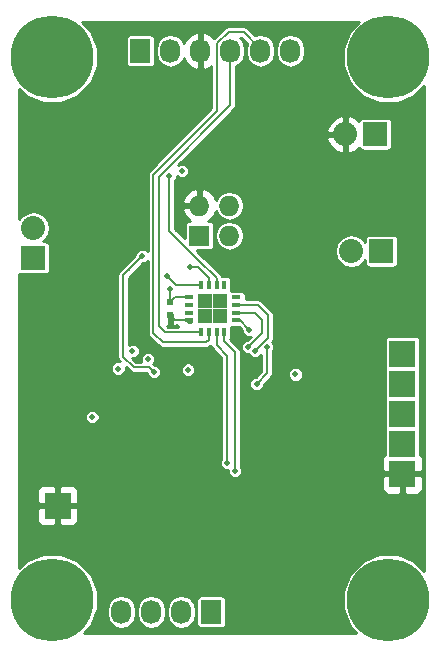
<source format=gbl>
G04 #@! TF.FileFunction,Copper,L4,Bot,Signal*
%FSLAX46Y46*%
G04 Gerber Fmt 4.6, Leading zero omitted, Abs format (unit mm)*
G04 Created by KiCad (PCBNEW no-vcs-found-undefined) date Mon Oct 24 18:16:08 2016*
%MOMM*%
%LPD*%
G01*
G04 APERTURE LIST*
%ADD10C,0.100000*%
%ADD11R,0.500000X0.600000*%
%ADD12R,2.235200X2.235200*%
%ADD13R,1.727200X2.032000*%
%ADD14O,1.727200X2.032000*%
%ADD15R,1.727200X1.727200*%
%ADD16O,1.727200X1.727200*%
%ADD17R,2.032000X2.032000*%
%ADD18O,2.032000X2.032000*%
%ADD19R,0.350000X0.800000*%
%ADD20R,0.800000X0.350000*%
%ADD21R,1.250000X1.250000*%
%ADD22C,7.000000*%
%ADD23C,0.460000*%
%ADD24C,1.200000*%
%ADD25C,0.200000*%
%ADD26C,0.254000*%
G04 APERTURE END LIST*
D10*
D11*
X150525000Y-132800000D03*
X150525000Y-133900000D03*
D12*
X141000000Y-150000000D03*
X170180000Y-147320000D03*
X170180000Y-137160000D03*
D13*
X154000000Y-159000000D03*
D14*
X151460000Y-159000000D03*
X148920000Y-159000000D03*
X146380000Y-159000000D03*
D15*
X152985000Y-127140000D03*
D16*
X152985000Y-124600000D03*
X155525000Y-127140000D03*
X155525000Y-124600000D03*
D12*
X170180000Y-139700000D03*
X170180000Y-142240000D03*
X170180000Y-144780000D03*
D17*
X167894000Y-118554500D03*
D18*
X165354000Y-118554500D03*
D17*
X138938000Y-129032000D03*
D18*
X138938000Y-126492000D03*
D17*
X168402000Y-128460500D03*
D18*
X165862000Y-128460500D03*
D13*
X148000000Y-111500000D03*
D14*
X150540000Y-111500000D03*
X153080000Y-111500000D03*
X155620000Y-111500000D03*
X158160000Y-111500000D03*
X160700000Y-111500000D03*
D19*
X153150000Y-131350000D03*
X153800000Y-131350000D03*
X154450000Y-131350000D03*
X155100000Y-131350000D03*
D20*
X156125000Y-132375000D03*
X156125000Y-133025000D03*
X156125000Y-133675000D03*
X156125000Y-134325000D03*
D19*
X155100000Y-135350000D03*
X154450000Y-135350000D03*
X153800000Y-135350000D03*
X153150000Y-135350000D03*
D20*
X152125000Y-134325000D03*
X152125000Y-133675000D03*
X152125000Y-133025000D03*
X152125000Y-132375000D03*
D21*
X154750000Y-133975000D03*
X153500000Y-133975000D03*
X154750000Y-132725000D03*
X153500000Y-132725000D03*
D22*
X169000000Y-112000000D03*
X140500000Y-112000000D03*
X169000000Y-158000000D03*
X140500000Y-158000000D03*
D23*
X147430000Y-145200000D03*
X147430000Y-143900000D03*
X148730000Y-145200000D03*
X147430000Y-141300000D03*
X148730000Y-141300000D03*
X147430000Y-142600000D03*
X148730000Y-143900000D03*
X150030000Y-141300000D03*
X148730000Y-142600000D03*
X151330000Y-141300000D03*
X151330000Y-142600000D03*
X150030000Y-142600000D03*
X144830000Y-141500000D03*
X144830000Y-142400000D03*
X154730000Y-137900000D03*
X161330000Y-142300000D03*
X161130000Y-144840000D03*
X148630000Y-135900000D03*
X142830000Y-145400000D03*
X151330000Y-143900000D03*
X151330000Y-145200000D03*
X150030000Y-145200000D03*
X150020339Y-143875660D03*
X160930000Y-137600000D03*
X150530000Y-134800000D03*
D24*
X149420340Y-143275661D03*
D23*
X152030000Y-138500000D03*
X143930000Y-142500000D03*
X161130000Y-138900000D03*
X150530000Y-131700000D03*
X146130000Y-138400000D03*
X151530000Y-121700000D03*
X150460000Y-122060000D03*
X147330000Y-136900000D03*
X157130000Y-136600000D03*
X148630000Y-137600000D03*
X157730000Y-136900000D03*
X149130000Y-138700000D03*
X152160000Y-129830000D03*
X148170493Y-128857794D03*
X156030000Y-147100000D03*
X155330000Y-146400000D03*
X158730000Y-136600000D03*
X157830000Y-139700000D03*
X157230000Y-135100000D03*
X150280000Y-130600000D03*
D25*
X150525000Y-133900000D02*
X150525000Y-134795000D01*
X150525000Y-134795000D02*
X150530000Y-134800000D01*
X152125000Y-134325000D02*
X150950000Y-134325000D01*
X150950000Y-134325000D02*
X150525000Y-133900000D01*
X152030000Y-138500000D02*
X152130000Y-138400000D01*
X150525000Y-131705000D02*
X150530000Y-131700000D01*
X150525000Y-132800000D02*
X150525000Y-131705000D01*
X152125000Y-132375000D02*
X150950000Y-132375000D01*
X150950000Y-132375000D02*
X150525000Y-132800000D01*
X152880000Y-129180000D02*
X150460000Y-126760000D01*
X150460000Y-126760000D02*
X150460000Y-122060000D01*
X154450000Y-131350000D02*
X154450000Y-130750000D01*
X154450000Y-130750000D02*
X152880000Y-129180000D01*
X149540000Y-122150000D02*
X155620000Y-116070000D01*
X155620000Y-116070000D02*
X155620000Y-111500000D01*
X149540000Y-134790000D02*
X149540000Y-122150000D01*
X150100000Y-135350000D02*
X149540000Y-134790000D01*
X153150000Y-135350000D02*
X150100000Y-135350000D01*
X155458576Y-109920000D02*
X156732400Y-109920000D01*
X156732400Y-109920000D02*
X158160000Y-111347600D01*
X158160000Y-111347600D02*
X158160000Y-111500000D01*
X149090000Y-121990000D02*
X154496390Y-116583610D01*
X154496390Y-116583610D02*
X154496390Y-110882186D01*
X154496390Y-110882186D02*
X155458576Y-109920000D01*
X149090000Y-135390000D02*
X149090000Y-121990000D01*
X149890000Y-136190000D02*
X149090000Y-135390000D01*
X153560000Y-136190000D02*
X149890000Y-136190000D01*
X153800000Y-135350000D02*
X153800000Y-135950000D01*
X153800000Y-135950000D02*
X153560000Y-136190000D01*
X157705000Y-133675000D02*
X156125000Y-133675000D01*
X158330000Y-135400000D02*
X157130000Y-136600000D01*
X158330000Y-134300000D02*
X158330000Y-135400000D01*
X157705000Y-133675000D02*
X158330000Y-134300000D01*
X158830000Y-135700000D02*
X158830000Y-133900000D01*
X156125000Y-133025000D02*
X157955000Y-133025000D01*
X157955000Y-133025000D02*
X158830000Y-133900000D01*
X158830000Y-135800000D02*
X158830000Y-135700000D01*
X157730000Y-136900000D02*
X158830000Y-135800000D01*
X146530000Y-130498287D02*
X148170493Y-128857794D01*
X146530000Y-137400000D02*
X146530000Y-130498287D01*
X147430000Y-138300000D02*
X146530000Y-137400000D01*
X148730000Y-138300000D02*
X147430000Y-138300000D01*
X149130000Y-138700000D02*
X148730000Y-138300000D01*
X148170493Y-128857794D02*
X146930000Y-130098287D01*
X146930000Y-130098287D02*
X147000000Y-130028287D01*
X153800000Y-130750000D02*
X153800000Y-131350000D01*
X152880000Y-129830000D02*
X153800000Y-130750000D01*
X152160000Y-129830000D02*
X152880000Y-129830000D01*
X155100000Y-135350000D02*
X155100000Y-136070000D01*
X156030000Y-137000000D02*
X156030000Y-147100000D01*
X155100000Y-136070000D02*
X156030000Y-137000000D01*
X155330000Y-146400000D02*
X155330000Y-137300000D01*
X154450000Y-136420000D02*
X154450000Y-135350000D01*
X155330000Y-137300000D02*
X154450000Y-136420000D01*
X158730000Y-138800000D02*
X158730000Y-136600000D01*
X157830000Y-139700000D02*
X158730000Y-138800000D01*
X156125000Y-134325000D02*
X156455000Y-134325000D01*
X156455000Y-134325000D02*
X157230000Y-135100000D01*
X151030000Y-131350000D02*
X150280000Y-130600000D01*
X153150000Y-131350000D02*
X151030000Y-131350000D01*
D26*
G36*
X165711767Y-109798720D02*
X165119675Y-111224635D01*
X165118328Y-112768592D01*
X165707930Y-114195538D01*
X166798720Y-115288233D01*
X168224635Y-115880325D01*
X169768592Y-115881672D01*
X171195538Y-115292070D01*
X172003000Y-114486016D01*
X172003000Y-155514887D01*
X171201280Y-154711767D01*
X169775365Y-154119675D01*
X168231408Y-154118328D01*
X166804462Y-154707930D01*
X165711767Y-155798720D01*
X165119675Y-157224635D01*
X165118328Y-158768592D01*
X165707930Y-160195538D01*
X166284385Y-160773000D01*
X143215515Y-160773000D01*
X143788233Y-160201280D01*
X144361694Y-158820231D01*
X145135400Y-158820231D01*
X145135400Y-159179769D01*
X145230140Y-159656057D01*
X145499935Y-160059834D01*
X145903712Y-160329629D01*
X146380000Y-160424369D01*
X146856288Y-160329629D01*
X147260065Y-160059834D01*
X147529860Y-159656057D01*
X147624600Y-159179769D01*
X147624600Y-158820231D01*
X147675400Y-158820231D01*
X147675400Y-159179769D01*
X147770140Y-159656057D01*
X148039935Y-160059834D01*
X148443712Y-160329629D01*
X148920000Y-160424369D01*
X149396288Y-160329629D01*
X149800065Y-160059834D01*
X150069860Y-159656057D01*
X150164600Y-159179769D01*
X150164600Y-158820231D01*
X150215400Y-158820231D01*
X150215400Y-159179769D01*
X150310140Y-159656057D01*
X150579935Y-160059834D01*
X150983712Y-160329629D01*
X151460000Y-160424369D01*
X151936288Y-160329629D01*
X152340065Y-160059834D01*
X152609860Y-159656057D01*
X152704600Y-159179769D01*
X152704600Y-158820231D01*
X152609860Y-158343943D01*
X152369354Y-157984000D01*
X152747936Y-157984000D01*
X152747936Y-160016000D01*
X152777506Y-160164659D01*
X152861714Y-160290686D01*
X152987741Y-160374894D01*
X153136400Y-160404464D01*
X154863600Y-160404464D01*
X155012259Y-160374894D01*
X155138286Y-160290686D01*
X155222494Y-160164659D01*
X155252064Y-160016000D01*
X155252064Y-157984000D01*
X155222494Y-157835341D01*
X155138286Y-157709314D01*
X155012259Y-157625106D01*
X154863600Y-157595536D01*
X153136400Y-157595536D01*
X152987741Y-157625106D01*
X152861714Y-157709314D01*
X152777506Y-157835341D01*
X152747936Y-157984000D01*
X152369354Y-157984000D01*
X152340065Y-157940166D01*
X151936288Y-157670371D01*
X151460000Y-157575631D01*
X150983712Y-157670371D01*
X150579935Y-157940166D01*
X150310140Y-158343943D01*
X150215400Y-158820231D01*
X150164600Y-158820231D01*
X150069860Y-158343943D01*
X149800065Y-157940166D01*
X149396288Y-157670371D01*
X148920000Y-157575631D01*
X148443712Y-157670371D01*
X148039935Y-157940166D01*
X147770140Y-158343943D01*
X147675400Y-158820231D01*
X147624600Y-158820231D01*
X147529860Y-158343943D01*
X147260065Y-157940166D01*
X146856288Y-157670371D01*
X146380000Y-157575631D01*
X145903712Y-157670371D01*
X145499935Y-157940166D01*
X145230140Y-158343943D01*
X145135400Y-158820231D01*
X144361694Y-158820231D01*
X144380325Y-158775365D01*
X144381672Y-157231408D01*
X143792070Y-155804462D01*
X142701280Y-154711767D01*
X141275365Y-154119675D01*
X139731408Y-154118328D01*
X138304462Y-154707930D01*
X137757000Y-155254438D01*
X137757000Y-150285750D01*
X139247400Y-150285750D01*
X139247400Y-151243910D01*
X139344073Y-151477299D01*
X139522702Y-151655927D01*
X139756091Y-151752600D01*
X140714250Y-151752600D01*
X140873000Y-151593850D01*
X140873000Y-150127000D01*
X141127000Y-150127000D01*
X141127000Y-151593850D01*
X141285750Y-151752600D01*
X142243909Y-151752600D01*
X142477298Y-151655927D01*
X142655927Y-151477299D01*
X142752600Y-151243910D01*
X142752600Y-150285750D01*
X142593850Y-150127000D01*
X141127000Y-150127000D01*
X140873000Y-150127000D01*
X139406150Y-150127000D01*
X139247400Y-150285750D01*
X137757000Y-150285750D01*
X137757000Y-148756090D01*
X139247400Y-148756090D01*
X139247400Y-149714250D01*
X139406150Y-149873000D01*
X140873000Y-149873000D01*
X140873000Y-148406150D01*
X141127000Y-148406150D01*
X141127000Y-149873000D01*
X142593850Y-149873000D01*
X142752600Y-149714250D01*
X142752600Y-148756090D01*
X142655927Y-148522701D01*
X142477298Y-148344073D01*
X142243909Y-148247400D01*
X141285750Y-148247400D01*
X141127000Y-148406150D01*
X140873000Y-148406150D01*
X140714250Y-148247400D01*
X139756091Y-148247400D01*
X139522702Y-148344073D01*
X139344073Y-148522701D01*
X139247400Y-148756090D01*
X137757000Y-148756090D01*
X137757000Y-142621002D01*
X143318894Y-142621002D01*
X143411718Y-142845651D01*
X143583445Y-143017678D01*
X143807931Y-143110894D01*
X144051002Y-143111106D01*
X144275651Y-143018282D01*
X144447678Y-142846555D01*
X144540894Y-142622069D01*
X144541106Y-142378998D01*
X144448282Y-142154349D01*
X144276555Y-141982322D01*
X144052069Y-141889106D01*
X143808998Y-141888894D01*
X143584349Y-141981718D01*
X143412322Y-142153445D01*
X143319106Y-142377931D01*
X143318894Y-142621002D01*
X137757000Y-142621002D01*
X137757000Y-138521002D01*
X145518894Y-138521002D01*
X145611718Y-138745651D01*
X145783445Y-138917678D01*
X146007931Y-139010894D01*
X146251002Y-139011106D01*
X146475651Y-138918282D01*
X146647678Y-138746555D01*
X146740894Y-138522069D01*
X146741095Y-138291332D01*
X147089881Y-138640118D01*
X147179501Y-138700000D01*
X147245929Y-138744386D01*
X147430000Y-138781000D01*
X148518929Y-138781000D01*
X148518894Y-138821002D01*
X148611718Y-139045651D01*
X148783445Y-139217678D01*
X149007931Y-139310894D01*
X149251002Y-139311106D01*
X149475651Y-139218282D01*
X149647678Y-139046555D01*
X149740894Y-138822069D01*
X149741069Y-138621002D01*
X151418894Y-138621002D01*
X151511718Y-138845651D01*
X151683445Y-139017678D01*
X151907931Y-139110894D01*
X152151002Y-139111106D01*
X152375651Y-139018282D01*
X152547678Y-138846555D01*
X152640894Y-138622069D01*
X152641106Y-138378998D01*
X152574998Y-138219005D01*
X152574386Y-138215930D01*
X152572659Y-138213346D01*
X152548282Y-138154349D01*
X152502787Y-138108774D01*
X152470118Y-138059882D01*
X152421653Y-138027499D01*
X152376555Y-137982322D01*
X152317081Y-137957626D01*
X152314070Y-137955614D01*
X152310549Y-137954914D01*
X152152069Y-137889106D01*
X151908998Y-137888894D01*
X151684349Y-137981718D01*
X151512322Y-138153445D01*
X151419106Y-138377931D01*
X151418894Y-138621002D01*
X149741069Y-138621002D01*
X149741106Y-138578998D01*
X149648282Y-138354349D01*
X149476555Y-138182322D01*
X149252069Y-138089106D01*
X149199296Y-138089060D01*
X149102195Y-137991959D01*
X149147678Y-137946555D01*
X149240894Y-137722069D01*
X149241106Y-137478998D01*
X149148282Y-137254349D01*
X148976555Y-137082322D01*
X148752069Y-136989106D01*
X148508998Y-136988894D01*
X148284349Y-137081718D01*
X148112322Y-137253445D01*
X148019106Y-137477931D01*
X148018894Y-137721002D01*
X148059386Y-137819000D01*
X147629237Y-137819000D01*
X147321229Y-137510993D01*
X147451002Y-137511106D01*
X147675651Y-137418282D01*
X147847678Y-137246555D01*
X147940894Y-137022069D01*
X147941106Y-136778998D01*
X147848282Y-136554349D01*
X147676555Y-136382322D01*
X147452069Y-136289106D01*
X147208998Y-136288894D01*
X147011000Y-136370706D01*
X147011000Y-130697523D01*
X148239669Y-129468855D01*
X148291495Y-129468900D01*
X148516144Y-129376076D01*
X148609000Y-129283382D01*
X148609000Y-135390000D01*
X148645614Y-135574071D01*
X148749882Y-135730118D01*
X149549882Y-136530118D01*
X149705929Y-136634386D01*
X149890000Y-136671000D01*
X153560000Y-136671000D01*
X153744071Y-136634386D01*
X153900118Y-136530118D01*
X153975842Y-136454395D01*
X154004804Y-136600000D01*
X154005614Y-136604071D01*
X154109882Y-136760118D01*
X154849000Y-137499236D01*
X154849000Y-146016831D01*
X154812322Y-146053445D01*
X154719106Y-146277931D01*
X154718894Y-146521002D01*
X154811718Y-146745651D01*
X154983445Y-146917678D01*
X155207931Y-147010894D01*
X155419077Y-147011078D01*
X155418894Y-147221002D01*
X155511718Y-147445651D01*
X155683445Y-147617678D01*
X155907931Y-147710894D01*
X156151002Y-147711106D01*
X156375651Y-147618282D01*
X156388204Y-147605750D01*
X168427400Y-147605750D01*
X168427400Y-148563909D01*
X168524073Y-148797298D01*
X168702701Y-148975927D01*
X168936090Y-149072600D01*
X169894250Y-149072600D01*
X170053000Y-148913850D01*
X170053000Y-147447000D01*
X170307000Y-147447000D01*
X170307000Y-148913850D01*
X170465750Y-149072600D01*
X171423910Y-149072600D01*
X171657299Y-148975927D01*
X171835927Y-148797298D01*
X171932600Y-148563909D01*
X171932600Y-147605750D01*
X171773850Y-147447000D01*
X170307000Y-147447000D01*
X170053000Y-147447000D01*
X168586150Y-147447000D01*
X168427400Y-147605750D01*
X156388204Y-147605750D01*
X156547678Y-147446555D01*
X156640894Y-147222069D01*
X156641106Y-146978998D01*
X156548282Y-146754349D01*
X156511000Y-146717002D01*
X156511000Y-146076091D01*
X168427400Y-146076091D01*
X168427400Y-147034250D01*
X168586150Y-147193000D01*
X170053000Y-147193000D01*
X170053000Y-147173000D01*
X170307000Y-147173000D01*
X170307000Y-147193000D01*
X171773850Y-147193000D01*
X171932600Y-147034250D01*
X171932600Y-146076091D01*
X171835927Y-145842702D01*
X171686064Y-145692838D01*
X171686064Y-143662400D01*
X171656494Y-143513741D01*
X171653994Y-143510000D01*
X171656494Y-143506259D01*
X171686064Y-143357600D01*
X171686064Y-141122400D01*
X171656494Y-140973741D01*
X171653994Y-140970000D01*
X171656494Y-140966259D01*
X171686064Y-140817600D01*
X171686064Y-138582400D01*
X171656494Y-138433741D01*
X171653994Y-138430000D01*
X171656494Y-138426259D01*
X171686064Y-138277600D01*
X171686064Y-136042400D01*
X171656494Y-135893741D01*
X171572286Y-135767714D01*
X171446259Y-135683506D01*
X171297600Y-135653936D01*
X169062400Y-135653936D01*
X168913741Y-135683506D01*
X168787714Y-135767714D01*
X168703506Y-135893741D01*
X168673936Y-136042400D01*
X168673936Y-138277600D01*
X168703506Y-138426259D01*
X168706006Y-138430000D01*
X168703506Y-138433741D01*
X168673936Y-138582400D01*
X168673936Y-140817600D01*
X168703506Y-140966259D01*
X168706006Y-140970000D01*
X168703506Y-140973741D01*
X168673936Y-141122400D01*
X168673936Y-143357600D01*
X168703506Y-143506259D01*
X168706006Y-143510000D01*
X168703506Y-143513741D01*
X168673936Y-143662400D01*
X168673936Y-145692838D01*
X168524073Y-145842702D01*
X168427400Y-146076091D01*
X156511000Y-146076091D01*
X156511000Y-137000000D01*
X156474386Y-136815929D01*
X156432622Y-136753426D01*
X156370119Y-136659882D01*
X155623881Y-135913645D01*
X155633894Y-135898659D01*
X155663464Y-135750000D01*
X155663464Y-134950000D01*
X155648624Y-134875395D01*
X155649686Y-134874686D01*
X155650395Y-134873624D01*
X155725000Y-134888464D01*
X156338228Y-134888464D01*
X156618939Y-135169176D01*
X156618894Y-135221002D01*
X156711718Y-135445651D01*
X156883445Y-135617678D01*
X157107931Y-135710894D01*
X157338668Y-135711095D01*
X157060825Y-135988939D01*
X157008998Y-135988894D01*
X156784349Y-136081718D01*
X156612322Y-136253445D01*
X156519106Y-136477931D01*
X156518894Y-136721002D01*
X156611718Y-136945651D01*
X156783445Y-137117678D01*
X157007931Y-137210894D01*
X157197425Y-137211059D01*
X157211718Y-137245651D01*
X157383445Y-137417678D01*
X157607931Y-137510894D01*
X157851002Y-137511106D01*
X158075651Y-137418282D01*
X158247678Y-137246555D01*
X158249000Y-137243371D01*
X158249000Y-138600763D01*
X157760824Y-139088939D01*
X157708998Y-139088894D01*
X157484349Y-139181718D01*
X157312322Y-139353445D01*
X157219106Y-139577931D01*
X157218894Y-139821002D01*
X157311718Y-140045651D01*
X157483445Y-140217678D01*
X157707931Y-140310894D01*
X157951002Y-140311106D01*
X158175651Y-140218282D01*
X158347678Y-140046555D01*
X158440894Y-139822069D01*
X158440940Y-139769296D01*
X159070118Y-139140119D01*
X159149709Y-139021002D01*
X160518894Y-139021002D01*
X160611718Y-139245651D01*
X160783445Y-139417678D01*
X161007931Y-139510894D01*
X161251002Y-139511106D01*
X161475651Y-139418282D01*
X161647678Y-139246555D01*
X161740894Y-139022069D01*
X161741106Y-138778998D01*
X161648282Y-138554349D01*
X161476555Y-138382322D01*
X161252069Y-138289106D01*
X161008998Y-138288894D01*
X160784349Y-138381718D01*
X160612322Y-138553445D01*
X160519106Y-138777931D01*
X160518894Y-139021002D01*
X159149709Y-139021002D01*
X159174386Y-138984071D01*
X159194277Y-138884070D01*
X159211000Y-138800000D01*
X159211000Y-136983169D01*
X159247678Y-136946555D01*
X159340894Y-136722069D01*
X159341106Y-136478998D01*
X159248282Y-136254349D01*
X159152168Y-136158068D01*
X159170118Y-136140118D01*
X159171223Y-136138464D01*
X159274386Y-135984071D01*
X159311000Y-135800000D01*
X159311000Y-133900000D01*
X159274386Y-133715929D01*
X159170118Y-133559882D01*
X158295118Y-132684882D01*
X158139071Y-132580614D01*
X157955000Y-132544000D01*
X156913464Y-132544000D01*
X156913464Y-132200000D01*
X156883894Y-132051341D01*
X156799686Y-131925314D01*
X156673659Y-131841106D01*
X156525000Y-131811536D01*
X155725000Y-131811536D01*
X155650395Y-131826376D01*
X155649686Y-131825314D01*
X155648624Y-131824605D01*
X155663464Y-131750000D01*
X155663464Y-130950000D01*
X155633894Y-130801341D01*
X155549686Y-130675314D01*
X155423659Y-130591106D01*
X155275000Y-130561536D01*
X154925000Y-130561536D01*
X154894711Y-130567561D01*
X154894386Y-130565929D01*
X154849189Y-130498287D01*
X154790118Y-130409881D01*
X153220118Y-128839882D01*
X152813367Y-128433131D01*
X164465000Y-128433131D01*
X164465000Y-128487869D01*
X164571340Y-129022478D01*
X164874172Y-129475697D01*
X165327391Y-129778529D01*
X165862000Y-129884869D01*
X166396609Y-129778529D01*
X166849828Y-129475697D01*
X166997536Y-129254637D01*
X166997536Y-129476500D01*
X167027106Y-129625159D01*
X167111314Y-129751186D01*
X167237341Y-129835394D01*
X167386000Y-129864964D01*
X169418000Y-129864964D01*
X169566659Y-129835394D01*
X169692686Y-129751186D01*
X169776894Y-129625159D01*
X169806464Y-129476500D01*
X169806464Y-127444500D01*
X169776894Y-127295841D01*
X169692686Y-127169814D01*
X169566659Y-127085606D01*
X169418000Y-127056036D01*
X167386000Y-127056036D01*
X167237341Y-127085606D01*
X167111314Y-127169814D01*
X167027106Y-127295841D01*
X166997536Y-127444500D01*
X166997536Y-127666363D01*
X166849828Y-127445303D01*
X166396609Y-127142471D01*
X165862000Y-127036131D01*
X165327391Y-127142471D01*
X164874172Y-127445303D01*
X164571340Y-127898522D01*
X164465000Y-128433131D01*
X152813367Y-128433131D01*
X152772300Y-128392064D01*
X153848600Y-128392064D01*
X153997259Y-128362494D01*
X154123286Y-128278286D01*
X154207494Y-128152259D01*
X154237064Y-128003600D01*
X154237064Y-127115617D01*
X154280400Y-127115617D01*
X154280400Y-127164383D01*
X154375140Y-127640671D01*
X154644935Y-128044448D01*
X155048712Y-128314243D01*
X155525000Y-128408983D01*
X156001288Y-128314243D01*
X156405065Y-128044448D01*
X156674860Y-127640671D01*
X156769600Y-127164383D01*
X156769600Y-127115617D01*
X156674860Y-126639329D01*
X156405065Y-126235552D01*
X156001288Y-125965757D01*
X155525000Y-125871017D01*
X155048712Y-125965757D01*
X154644935Y-126235552D01*
X154375140Y-126639329D01*
X154280400Y-127115617D01*
X154237064Y-127115617D01*
X154237064Y-126276400D01*
X154207494Y-126127741D01*
X154123286Y-126001714D01*
X153997259Y-125917506D01*
X153848600Y-125887936D01*
X153747276Y-125887936D01*
X153759947Y-125882688D01*
X154191821Y-125488490D01*
X154374676Y-125098338D01*
X154375140Y-125100671D01*
X154644935Y-125504448D01*
X155048712Y-125774243D01*
X155525000Y-125868983D01*
X156001288Y-125774243D01*
X156405065Y-125504448D01*
X156674860Y-125100671D01*
X156769600Y-124624383D01*
X156769600Y-124575617D01*
X156674860Y-124099329D01*
X156405065Y-123695552D01*
X156001288Y-123425757D01*
X155525000Y-123331017D01*
X155048712Y-123425757D01*
X154644935Y-123695552D01*
X154375140Y-124099329D01*
X154374676Y-124101662D01*
X154191821Y-123711510D01*
X153759947Y-123317312D01*
X153344026Y-123145042D01*
X153112000Y-123266183D01*
X153112000Y-124473000D01*
X153132000Y-124473000D01*
X153132000Y-124727000D01*
X153112000Y-124727000D01*
X153112000Y-124747000D01*
X152858000Y-124747000D01*
X152858000Y-124727000D01*
X151650531Y-124727000D01*
X151530032Y-124959027D01*
X151778179Y-125488490D01*
X152210053Y-125882688D01*
X152222724Y-125887936D01*
X152121400Y-125887936D01*
X151972741Y-125917506D01*
X151846714Y-126001714D01*
X151762506Y-126127741D01*
X151732936Y-126276400D01*
X151732936Y-127352700D01*
X150941000Y-126560764D01*
X150941000Y-124240973D01*
X151530032Y-124240973D01*
X151650531Y-124473000D01*
X152858000Y-124473000D01*
X152858000Y-123266183D01*
X152625974Y-123145042D01*
X152210053Y-123317312D01*
X151778179Y-123711510D01*
X151530032Y-124240973D01*
X150941000Y-124240973D01*
X150941000Y-122443169D01*
X150977678Y-122406555D01*
X151070894Y-122182069D01*
X151070961Y-122104998D01*
X151183445Y-122217678D01*
X151407931Y-122310894D01*
X151651002Y-122311106D01*
X151875651Y-122218282D01*
X152047678Y-122046555D01*
X152140894Y-121822069D01*
X152141106Y-121578998D01*
X152048282Y-121354349D01*
X151876555Y-121182322D01*
X151652069Y-121089106D01*
X151408998Y-121088894D01*
X151191454Y-121178782D01*
X153432790Y-118937446D01*
X163748017Y-118937446D01*
X164016812Y-119522879D01*
X164489182Y-119960885D01*
X164971056Y-120160475D01*
X165227000Y-120041336D01*
X165227000Y-118681500D01*
X163866633Y-118681500D01*
X163748017Y-118937446D01*
X153432790Y-118937446D01*
X154198682Y-118171554D01*
X163748017Y-118171554D01*
X163866633Y-118427500D01*
X165227000Y-118427500D01*
X165227000Y-117067664D01*
X165481000Y-117067664D01*
X165481000Y-118427500D01*
X165501000Y-118427500D01*
X165501000Y-118681500D01*
X165481000Y-118681500D01*
X165481000Y-120041336D01*
X165736944Y-120160475D01*
X166218818Y-119960885D01*
X166512940Y-119688160D01*
X166519106Y-119719159D01*
X166603314Y-119845186D01*
X166729341Y-119929394D01*
X166878000Y-119958964D01*
X168910000Y-119958964D01*
X169058659Y-119929394D01*
X169184686Y-119845186D01*
X169268894Y-119719159D01*
X169298464Y-119570500D01*
X169298464Y-117538500D01*
X169268894Y-117389841D01*
X169184686Y-117263814D01*
X169058659Y-117179606D01*
X168910000Y-117150036D01*
X166878000Y-117150036D01*
X166729341Y-117179606D01*
X166603314Y-117263814D01*
X166519106Y-117389841D01*
X166512940Y-117420840D01*
X166218818Y-117148115D01*
X165736944Y-116948525D01*
X165481000Y-117067664D01*
X165227000Y-117067664D01*
X164971056Y-116948525D01*
X164489182Y-117148115D01*
X164016812Y-117586121D01*
X163748017Y-118171554D01*
X154198682Y-118171554D01*
X155960118Y-116410119D01*
X156064386Y-116254071D01*
X156087230Y-116139224D01*
X156101000Y-116070000D01*
X156101000Y-112826481D01*
X156500065Y-112559834D01*
X156769860Y-112156057D01*
X156864600Y-111679769D01*
X156864600Y-111320231D01*
X156769860Y-110843943D01*
X156500065Y-110440166D01*
X156441449Y-110401000D01*
X156533164Y-110401000D01*
X157004493Y-110872330D01*
X156915400Y-111320231D01*
X156915400Y-111679769D01*
X157010140Y-112156057D01*
X157279935Y-112559834D01*
X157683712Y-112829629D01*
X158160000Y-112924369D01*
X158636288Y-112829629D01*
X159040065Y-112559834D01*
X159309860Y-112156057D01*
X159404600Y-111679769D01*
X159404600Y-111320231D01*
X159455400Y-111320231D01*
X159455400Y-111679769D01*
X159550140Y-112156057D01*
X159819935Y-112559834D01*
X160223712Y-112829629D01*
X160700000Y-112924369D01*
X161176288Y-112829629D01*
X161580065Y-112559834D01*
X161849860Y-112156057D01*
X161944600Y-111679769D01*
X161944600Y-111320231D01*
X161849860Y-110843943D01*
X161580065Y-110440166D01*
X161176288Y-110170371D01*
X160700000Y-110075631D01*
X160223712Y-110170371D01*
X159819935Y-110440166D01*
X159550140Y-110843943D01*
X159455400Y-111320231D01*
X159404600Y-111320231D01*
X159309860Y-110843943D01*
X159040065Y-110440166D01*
X158636288Y-110170371D01*
X158160000Y-110075631D01*
X157683712Y-110170371D01*
X157671301Y-110178664D01*
X157072518Y-109579882D01*
X156916471Y-109475614D01*
X156732400Y-109439000D01*
X155458576Y-109439000D01*
X155274505Y-109475614D01*
X155118457Y-109579882D01*
X154249602Y-110448738D01*
X153982036Y-110149268D01*
X153454791Y-109895291D01*
X153439026Y-109892642D01*
X153207000Y-110013783D01*
X153207000Y-111373000D01*
X153227000Y-111373000D01*
X153227000Y-111627000D01*
X153207000Y-111627000D01*
X153207000Y-112986217D01*
X153439026Y-113107358D01*
X153454791Y-113104709D01*
X153982036Y-112850732D01*
X154015390Y-112813401D01*
X154015390Y-116384374D01*
X148749882Y-121649882D01*
X148645614Y-121805929D01*
X148609000Y-121990000D01*
X148609000Y-128432229D01*
X148517048Y-128340116D01*
X148292562Y-128246900D01*
X148049491Y-128246688D01*
X147824842Y-128339512D01*
X147652815Y-128511239D01*
X147559599Y-128735725D01*
X147559553Y-128788497D01*
X146189882Y-130158169D01*
X146085614Y-130314216D01*
X146049000Y-130498287D01*
X146049000Y-137400000D01*
X146085614Y-137584071D01*
X146189882Y-137740118D01*
X146238858Y-137789094D01*
X146008998Y-137788894D01*
X145784349Y-137881718D01*
X145612322Y-138053445D01*
X145519106Y-138277931D01*
X145518894Y-138521002D01*
X137757000Y-138521002D01*
X137757000Y-130395975D01*
X137773341Y-130406894D01*
X137922000Y-130436464D01*
X139954000Y-130436464D01*
X140102659Y-130406894D01*
X140228686Y-130322686D01*
X140312894Y-130196659D01*
X140342464Y-130048000D01*
X140342464Y-128016000D01*
X140312894Y-127867341D01*
X140228686Y-127741314D01*
X140102659Y-127657106D01*
X139954000Y-127627536D01*
X139732137Y-127627536D01*
X139953197Y-127479828D01*
X140256029Y-127026609D01*
X140362369Y-126492000D01*
X140256029Y-125957391D01*
X139953197Y-125504172D01*
X139499978Y-125201340D01*
X138965369Y-125095000D01*
X138910631Y-125095000D01*
X138376022Y-125201340D01*
X137922803Y-125504172D01*
X137757000Y-125752313D01*
X137757000Y-114745567D01*
X138298720Y-115288233D01*
X139724635Y-115880325D01*
X141268592Y-115881672D01*
X142695538Y-115292070D01*
X143788233Y-114201280D01*
X144380325Y-112775365D01*
X144381672Y-111231408D01*
X144072850Y-110484000D01*
X146747936Y-110484000D01*
X146747936Y-112516000D01*
X146777506Y-112664659D01*
X146861714Y-112790686D01*
X146987741Y-112874894D01*
X147136400Y-112904464D01*
X148863600Y-112904464D01*
X149012259Y-112874894D01*
X149138286Y-112790686D01*
X149222494Y-112664659D01*
X149252064Y-112516000D01*
X149252064Y-111320231D01*
X149295400Y-111320231D01*
X149295400Y-111679769D01*
X149390140Y-112156057D01*
X149659935Y-112559834D01*
X150063712Y-112829629D01*
X150540000Y-112924369D01*
X151016288Y-112829629D01*
X151420065Y-112559834D01*
X151689860Y-112156057D01*
X151692704Y-112141757D01*
X151788046Y-112414320D01*
X152177964Y-112850732D01*
X152705209Y-113104709D01*
X152720974Y-113107358D01*
X152953000Y-112986217D01*
X152953000Y-111627000D01*
X152933000Y-111627000D01*
X152933000Y-111373000D01*
X152953000Y-111373000D01*
X152953000Y-110013783D01*
X152720974Y-109892642D01*
X152705209Y-109895291D01*
X152177964Y-110149268D01*
X151788046Y-110585680D01*
X151692704Y-110858243D01*
X151689860Y-110843943D01*
X151420065Y-110440166D01*
X151016288Y-110170371D01*
X150540000Y-110075631D01*
X150063712Y-110170371D01*
X149659935Y-110440166D01*
X149390140Y-110843943D01*
X149295400Y-111320231D01*
X149252064Y-111320231D01*
X149252064Y-110484000D01*
X149222494Y-110335341D01*
X149138286Y-110209314D01*
X149012259Y-110125106D01*
X148863600Y-110095536D01*
X147136400Y-110095536D01*
X146987741Y-110125106D01*
X146861714Y-110209314D01*
X146777506Y-110335341D01*
X146747936Y-110484000D01*
X144072850Y-110484000D01*
X143792070Y-109804462D01*
X143015963Y-109027000D01*
X166484835Y-109027000D01*
X165711767Y-109798720D01*
X165711767Y-109798720D01*
G37*
X165711767Y-109798720D02*
X165119675Y-111224635D01*
X165118328Y-112768592D01*
X165707930Y-114195538D01*
X166798720Y-115288233D01*
X168224635Y-115880325D01*
X169768592Y-115881672D01*
X171195538Y-115292070D01*
X172003000Y-114486016D01*
X172003000Y-155514887D01*
X171201280Y-154711767D01*
X169775365Y-154119675D01*
X168231408Y-154118328D01*
X166804462Y-154707930D01*
X165711767Y-155798720D01*
X165119675Y-157224635D01*
X165118328Y-158768592D01*
X165707930Y-160195538D01*
X166284385Y-160773000D01*
X143215515Y-160773000D01*
X143788233Y-160201280D01*
X144361694Y-158820231D01*
X145135400Y-158820231D01*
X145135400Y-159179769D01*
X145230140Y-159656057D01*
X145499935Y-160059834D01*
X145903712Y-160329629D01*
X146380000Y-160424369D01*
X146856288Y-160329629D01*
X147260065Y-160059834D01*
X147529860Y-159656057D01*
X147624600Y-159179769D01*
X147624600Y-158820231D01*
X147675400Y-158820231D01*
X147675400Y-159179769D01*
X147770140Y-159656057D01*
X148039935Y-160059834D01*
X148443712Y-160329629D01*
X148920000Y-160424369D01*
X149396288Y-160329629D01*
X149800065Y-160059834D01*
X150069860Y-159656057D01*
X150164600Y-159179769D01*
X150164600Y-158820231D01*
X150215400Y-158820231D01*
X150215400Y-159179769D01*
X150310140Y-159656057D01*
X150579935Y-160059834D01*
X150983712Y-160329629D01*
X151460000Y-160424369D01*
X151936288Y-160329629D01*
X152340065Y-160059834D01*
X152609860Y-159656057D01*
X152704600Y-159179769D01*
X152704600Y-158820231D01*
X152609860Y-158343943D01*
X152369354Y-157984000D01*
X152747936Y-157984000D01*
X152747936Y-160016000D01*
X152777506Y-160164659D01*
X152861714Y-160290686D01*
X152987741Y-160374894D01*
X153136400Y-160404464D01*
X154863600Y-160404464D01*
X155012259Y-160374894D01*
X155138286Y-160290686D01*
X155222494Y-160164659D01*
X155252064Y-160016000D01*
X155252064Y-157984000D01*
X155222494Y-157835341D01*
X155138286Y-157709314D01*
X155012259Y-157625106D01*
X154863600Y-157595536D01*
X153136400Y-157595536D01*
X152987741Y-157625106D01*
X152861714Y-157709314D01*
X152777506Y-157835341D01*
X152747936Y-157984000D01*
X152369354Y-157984000D01*
X152340065Y-157940166D01*
X151936288Y-157670371D01*
X151460000Y-157575631D01*
X150983712Y-157670371D01*
X150579935Y-157940166D01*
X150310140Y-158343943D01*
X150215400Y-158820231D01*
X150164600Y-158820231D01*
X150069860Y-158343943D01*
X149800065Y-157940166D01*
X149396288Y-157670371D01*
X148920000Y-157575631D01*
X148443712Y-157670371D01*
X148039935Y-157940166D01*
X147770140Y-158343943D01*
X147675400Y-158820231D01*
X147624600Y-158820231D01*
X147529860Y-158343943D01*
X147260065Y-157940166D01*
X146856288Y-157670371D01*
X146380000Y-157575631D01*
X145903712Y-157670371D01*
X145499935Y-157940166D01*
X145230140Y-158343943D01*
X145135400Y-158820231D01*
X144361694Y-158820231D01*
X144380325Y-158775365D01*
X144381672Y-157231408D01*
X143792070Y-155804462D01*
X142701280Y-154711767D01*
X141275365Y-154119675D01*
X139731408Y-154118328D01*
X138304462Y-154707930D01*
X137757000Y-155254438D01*
X137757000Y-150285750D01*
X139247400Y-150285750D01*
X139247400Y-151243910D01*
X139344073Y-151477299D01*
X139522702Y-151655927D01*
X139756091Y-151752600D01*
X140714250Y-151752600D01*
X140873000Y-151593850D01*
X140873000Y-150127000D01*
X141127000Y-150127000D01*
X141127000Y-151593850D01*
X141285750Y-151752600D01*
X142243909Y-151752600D01*
X142477298Y-151655927D01*
X142655927Y-151477299D01*
X142752600Y-151243910D01*
X142752600Y-150285750D01*
X142593850Y-150127000D01*
X141127000Y-150127000D01*
X140873000Y-150127000D01*
X139406150Y-150127000D01*
X139247400Y-150285750D01*
X137757000Y-150285750D01*
X137757000Y-148756090D01*
X139247400Y-148756090D01*
X139247400Y-149714250D01*
X139406150Y-149873000D01*
X140873000Y-149873000D01*
X140873000Y-148406150D01*
X141127000Y-148406150D01*
X141127000Y-149873000D01*
X142593850Y-149873000D01*
X142752600Y-149714250D01*
X142752600Y-148756090D01*
X142655927Y-148522701D01*
X142477298Y-148344073D01*
X142243909Y-148247400D01*
X141285750Y-148247400D01*
X141127000Y-148406150D01*
X140873000Y-148406150D01*
X140714250Y-148247400D01*
X139756091Y-148247400D01*
X139522702Y-148344073D01*
X139344073Y-148522701D01*
X139247400Y-148756090D01*
X137757000Y-148756090D01*
X137757000Y-142621002D01*
X143318894Y-142621002D01*
X143411718Y-142845651D01*
X143583445Y-143017678D01*
X143807931Y-143110894D01*
X144051002Y-143111106D01*
X144275651Y-143018282D01*
X144447678Y-142846555D01*
X144540894Y-142622069D01*
X144541106Y-142378998D01*
X144448282Y-142154349D01*
X144276555Y-141982322D01*
X144052069Y-141889106D01*
X143808998Y-141888894D01*
X143584349Y-141981718D01*
X143412322Y-142153445D01*
X143319106Y-142377931D01*
X143318894Y-142621002D01*
X137757000Y-142621002D01*
X137757000Y-138521002D01*
X145518894Y-138521002D01*
X145611718Y-138745651D01*
X145783445Y-138917678D01*
X146007931Y-139010894D01*
X146251002Y-139011106D01*
X146475651Y-138918282D01*
X146647678Y-138746555D01*
X146740894Y-138522069D01*
X146741095Y-138291332D01*
X147089881Y-138640118D01*
X147179501Y-138700000D01*
X147245929Y-138744386D01*
X147430000Y-138781000D01*
X148518929Y-138781000D01*
X148518894Y-138821002D01*
X148611718Y-139045651D01*
X148783445Y-139217678D01*
X149007931Y-139310894D01*
X149251002Y-139311106D01*
X149475651Y-139218282D01*
X149647678Y-139046555D01*
X149740894Y-138822069D01*
X149741069Y-138621002D01*
X151418894Y-138621002D01*
X151511718Y-138845651D01*
X151683445Y-139017678D01*
X151907931Y-139110894D01*
X152151002Y-139111106D01*
X152375651Y-139018282D01*
X152547678Y-138846555D01*
X152640894Y-138622069D01*
X152641106Y-138378998D01*
X152574998Y-138219005D01*
X152574386Y-138215930D01*
X152572659Y-138213346D01*
X152548282Y-138154349D01*
X152502787Y-138108774D01*
X152470118Y-138059882D01*
X152421653Y-138027499D01*
X152376555Y-137982322D01*
X152317081Y-137957626D01*
X152314070Y-137955614D01*
X152310549Y-137954914D01*
X152152069Y-137889106D01*
X151908998Y-137888894D01*
X151684349Y-137981718D01*
X151512322Y-138153445D01*
X151419106Y-138377931D01*
X151418894Y-138621002D01*
X149741069Y-138621002D01*
X149741106Y-138578998D01*
X149648282Y-138354349D01*
X149476555Y-138182322D01*
X149252069Y-138089106D01*
X149199296Y-138089060D01*
X149102195Y-137991959D01*
X149147678Y-137946555D01*
X149240894Y-137722069D01*
X149241106Y-137478998D01*
X149148282Y-137254349D01*
X148976555Y-137082322D01*
X148752069Y-136989106D01*
X148508998Y-136988894D01*
X148284349Y-137081718D01*
X148112322Y-137253445D01*
X148019106Y-137477931D01*
X148018894Y-137721002D01*
X148059386Y-137819000D01*
X147629237Y-137819000D01*
X147321229Y-137510993D01*
X147451002Y-137511106D01*
X147675651Y-137418282D01*
X147847678Y-137246555D01*
X147940894Y-137022069D01*
X147941106Y-136778998D01*
X147848282Y-136554349D01*
X147676555Y-136382322D01*
X147452069Y-136289106D01*
X147208998Y-136288894D01*
X147011000Y-136370706D01*
X147011000Y-130697523D01*
X148239669Y-129468855D01*
X148291495Y-129468900D01*
X148516144Y-129376076D01*
X148609000Y-129283382D01*
X148609000Y-135390000D01*
X148645614Y-135574071D01*
X148749882Y-135730118D01*
X149549882Y-136530118D01*
X149705929Y-136634386D01*
X149890000Y-136671000D01*
X153560000Y-136671000D01*
X153744071Y-136634386D01*
X153900118Y-136530118D01*
X153975842Y-136454395D01*
X154004804Y-136600000D01*
X154005614Y-136604071D01*
X154109882Y-136760118D01*
X154849000Y-137499236D01*
X154849000Y-146016831D01*
X154812322Y-146053445D01*
X154719106Y-146277931D01*
X154718894Y-146521002D01*
X154811718Y-146745651D01*
X154983445Y-146917678D01*
X155207931Y-147010894D01*
X155419077Y-147011078D01*
X155418894Y-147221002D01*
X155511718Y-147445651D01*
X155683445Y-147617678D01*
X155907931Y-147710894D01*
X156151002Y-147711106D01*
X156375651Y-147618282D01*
X156388204Y-147605750D01*
X168427400Y-147605750D01*
X168427400Y-148563909D01*
X168524073Y-148797298D01*
X168702701Y-148975927D01*
X168936090Y-149072600D01*
X169894250Y-149072600D01*
X170053000Y-148913850D01*
X170053000Y-147447000D01*
X170307000Y-147447000D01*
X170307000Y-148913850D01*
X170465750Y-149072600D01*
X171423910Y-149072600D01*
X171657299Y-148975927D01*
X171835927Y-148797298D01*
X171932600Y-148563909D01*
X171932600Y-147605750D01*
X171773850Y-147447000D01*
X170307000Y-147447000D01*
X170053000Y-147447000D01*
X168586150Y-147447000D01*
X168427400Y-147605750D01*
X156388204Y-147605750D01*
X156547678Y-147446555D01*
X156640894Y-147222069D01*
X156641106Y-146978998D01*
X156548282Y-146754349D01*
X156511000Y-146717002D01*
X156511000Y-146076091D01*
X168427400Y-146076091D01*
X168427400Y-147034250D01*
X168586150Y-147193000D01*
X170053000Y-147193000D01*
X170053000Y-147173000D01*
X170307000Y-147173000D01*
X170307000Y-147193000D01*
X171773850Y-147193000D01*
X171932600Y-147034250D01*
X171932600Y-146076091D01*
X171835927Y-145842702D01*
X171686064Y-145692838D01*
X171686064Y-143662400D01*
X171656494Y-143513741D01*
X171653994Y-143510000D01*
X171656494Y-143506259D01*
X171686064Y-143357600D01*
X171686064Y-141122400D01*
X171656494Y-140973741D01*
X171653994Y-140970000D01*
X171656494Y-140966259D01*
X171686064Y-140817600D01*
X171686064Y-138582400D01*
X171656494Y-138433741D01*
X171653994Y-138430000D01*
X171656494Y-138426259D01*
X171686064Y-138277600D01*
X171686064Y-136042400D01*
X171656494Y-135893741D01*
X171572286Y-135767714D01*
X171446259Y-135683506D01*
X171297600Y-135653936D01*
X169062400Y-135653936D01*
X168913741Y-135683506D01*
X168787714Y-135767714D01*
X168703506Y-135893741D01*
X168673936Y-136042400D01*
X168673936Y-138277600D01*
X168703506Y-138426259D01*
X168706006Y-138430000D01*
X168703506Y-138433741D01*
X168673936Y-138582400D01*
X168673936Y-140817600D01*
X168703506Y-140966259D01*
X168706006Y-140970000D01*
X168703506Y-140973741D01*
X168673936Y-141122400D01*
X168673936Y-143357600D01*
X168703506Y-143506259D01*
X168706006Y-143510000D01*
X168703506Y-143513741D01*
X168673936Y-143662400D01*
X168673936Y-145692838D01*
X168524073Y-145842702D01*
X168427400Y-146076091D01*
X156511000Y-146076091D01*
X156511000Y-137000000D01*
X156474386Y-136815929D01*
X156432622Y-136753426D01*
X156370119Y-136659882D01*
X155623881Y-135913645D01*
X155633894Y-135898659D01*
X155663464Y-135750000D01*
X155663464Y-134950000D01*
X155648624Y-134875395D01*
X155649686Y-134874686D01*
X155650395Y-134873624D01*
X155725000Y-134888464D01*
X156338228Y-134888464D01*
X156618939Y-135169176D01*
X156618894Y-135221002D01*
X156711718Y-135445651D01*
X156883445Y-135617678D01*
X157107931Y-135710894D01*
X157338668Y-135711095D01*
X157060825Y-135988939D01*
X157008998Y-135988894D01*
X156784349Y-136081718D01*
X156612322Y-136253445D01*
X156519106Y-136477931D01*
X156518894Y-136721002D01*
X156611718Y-136945651D01*
X156783445Y-137117678D01*
X157007931Y-137210894D01*
X157197425Y-137211059D01*
X157211718Y-137245651D01*
X157383445Y-137417678D01*
X157607931Y-137510894D01*
X157851002Y-137511106D01*
X158075651Y-137418282D01*
X158247678Y-137246555D01*
X158249000Y-137243371D01*
X158249000Y-138600763D01*
X157760824Y-139088939D01*
X157708998Y-139088894D01*
X157484349Y-139181718D01*
X157312322Y-139353445D01*
X157219106Y-139577931D01*
X157218894Y-139821002D01*
X157311718Y-140045651D01*
X157483445Y-140217678D01*
X157707931Y-140310894D01*
X157951002Y-140311106D01*
X158175651Y-140218282D01*
X158347678Y-140046555D01*
X158440894Y-139822069D01*
X158440940Y-139769296D01*
X159070118Y-139140119D01*
X159149709Y-139021002D01*
X160518894Y-139021002D01*
X160611718Y-139245651D01*
X160783445Y-139417678D01*
X161007931Y-139510894D01*
X161251002Y-139511106D01*
X161475651Y-139418282D01*
X161647678Y-139246555D01*
X161740894Y-139022069D01*
X161741106Y-138778998D01*
X161648282Y-138554349D01*
X161476555Y-138382322D01*
X161252069Y-138289106D01*
X161008998Y-138288894D01*
X160784349Y-138381718D01*
X160612322Y-138553445D01*
X160519106Y-138777931D01*
X160518894Y-139021002D01*
X159149709Y-139021002D01*
X159174386Y-138984071D01*
X159194277Y-138884070D01*
X159211000Y-138800000D01*
X159211000Y-136983169D01*
X159247678Y-136946555D01*
X159340894Y-136722069D01*
X159341106Y-136478998D01*
X159248282Y-136254349D01*
X159152168Y-136158068D01*
X159170118Y-136140118D01*
X159171223Y-136138464D01*
X159274386Y-135984071D01*
X159311000Y-135800000D01*
X159311000Y-133900000D01*
X159274386Y-133715929D01*
X159170118Y-133559882D01*
X158295118Y-132684882D01*
X158139071Y-132580614D01*
X157955000Y-132544000D01*
X156913464Y-132544000D01*
X156913464Y-132200000D01*
X156883894Y-132051341D01*
X156799686Y-131925314D01*
X156673659Y-131841106D01*
X156525000Y-131811536D01*
X155725000Y-131811536D01*
X155650395Y-131826376D01*
X155649686Y-131825314D01*
X155648624Y-131824605D01*
X155663464Y-131750000D01*
X155663464Y-130950000D01*
X155633894Y-130801341D01*
X155549686Y-130675314D01*
X155423659Y-130591106D01*
X155275000Y-130561536D01*
X154925000Y-130561536D01*
X154894711Y-130567561D01*
X154894386Y-130565929D01*
X154849189Y-130498287D01*
X154790118Y-130409881D01*
X153220118Y-128839882D01*
X152813367Y-128433131D01*
X164465000Y-128433131D01*
X164465000Y-128487869D01*
X164571340Y-129022478D01*
X164874172Y-129475697D01*
X165327391Y-129778529D01*
X165862000Y-129884869D01*
X166396609Y-129778529D01*
X166849828Y-129475697D01*
X166997536Y-129254637D01*
X166997536Y-129476500D01*
X167027106Y-129625159D01*
X167111314Y-129751186D01*
X167237341Y-129835394D01*
X167386000Y-129864964D01*
X169418000Y-129864964D01*
X169566659Y-129835394D01*
X169692686Y-129751186D01*
X169776894Y-129625159D01*
X169806464Y-129476500D01*
X169806464Y-127444500D01*
X169776894Y-127295841D01*
X169692686Y-127169814D01*
X169566659Y-127085606D01*
X169418000Y-127056036D01*
X167386000Y-127056036D01*
X167237341Y-127085606D01*
X167111314Y-127169814D01*
X167027106Y-127295841D01*
X166997536Y-127444500D01*
X166997536Y-127666363D01*
X166849828Y-127445303D01*
X166396609Y-127142471D01*
X165862000Y-127036131D01*
X165327391Y-127142471D01*
X164874172Y-127445303D01*
X164571340Y-127898522D01*
X164465000Y-128433131D01*
X152813367Y-128433131D01*
X152772300Y-128392064D01*
X153848600Y-128392064D01*
X153997259Y-128362494D01*
X154123286Y-128278286D01*
X154207494Y-128152259D01*
X154237064Y-128003600D01*
X154237064Y-127115617D01*
X154280400Y-127115617D01*
X154280400Y-127164383D01*
X154375140Y-127640671D01*
X154644935Y-128044448D01*
X155048712Y-128314243D01*
X155525000Y-128408983D01*
X156001288Y-128314243D01*
X156405065Y-128044448D01*
X156674860Y-127640671D01*
X156769600Y-127164383D01*
X156769600Y-127115617D01*
X156674860Y-126639329D01*
X156405065Y-126235552D01*
X156001288Y-125965757D01*
X155525000Y-125871017D01*
X155048712Y-125965757D01*
X154644935Y-126235552D01*
X154375140Y-126639329D01*
X154280400Y-127115617D01*
X154237064Y-127115617D01*
X154237064Y-126276400D01*
X154207494Y-126127741D01*
X154123286Y-126001714D01*
X153997259Y-125917506D01*
X153848600Y-125887936D01*
X153747276Y-125887936D01*
X153759947Y-125882688D01*
X154191821Y-125488490D01*
X154374676Y-125098338D01*
X154375140Y-125100671D01*
X154644935Y-125504448D01*
X155048712Y-125774243D01*
X155525000Y-125868983D01*
X156001288Y-125774243D01*
X156405065Y-125504448D01*
X156674860Y-125100671D01*
X156769600Y-124624383D01*
X156769600Y-124575617D01*
X156674860Y-124099329D01*
X156405065Y-123695552D01*
X156001288Y-123425757D01*
X155525000Y-123331017D01*
X155048712Y-123425757D01*
X154644935Y-123695552D01*
X154375140Y-124099329D01*
X154374676Y-124101662D01*
X154191821Y-123711510D01*
X153759947Y-123317312D01*
X153344026Y-123145042D01*
X153112000Y-123266183D01*
X153112000Y-124473000D01*
X153132000Y-124473000D01*
X153132000Y-124727000D01*
X153112000Y-124727000D01*
X153112000Y-124747000D01*
X152858000Y-124747000D01*
X152858000Y-124727000D01*
X151650531Y-124727000D01*
X151530032Y-124959027D01*
X151778179Y-125488490D01*
X152210053Y-125882688D01*
X152222724Y-125887936D01*
X152121400Y-125887936D01*
X151972741Y-125917506D01*
X151846714Y-126001714D01*
X151762506Y-126127741D01*
X151732936Y-126276400D01*
X151732936Y-127352700D01*
X150941000Y-126560764D01*
X150941000Y-124240973D01*
X151530032Y-124240973D01*
X151650531Y-124473000D01*
X152858000Y-124473000D01*
X152858000Y-123266183D01*
X152625974Y-123145042D01*
X152210053Y-123317312D01*
X151778179Y-123711510D01*
X151530032Y-124240973D01*
X150941000Y-124240973D01*
X150941000Y-122443169D01*
X150977678Y-122406555D01*
X151070894Y-122182069D01*
X151070961Y-122104998D01*
X151183445Y-122217678D01*
X151407931Y-122310894D01*
X151651002Y-122311106D01*
X151875651Y-122218282D01*
X152047678Y-122046555D01*
X152140894Y-121822069D01*
X152141106Y-121578998D01*
X152048282Y-121354349D01*
X151876555Y-121182322D01*
X151652069Y-121089106D01*
X151408998Y-121088894D01*
X151191454Y-121178782D01*
X153432790Y-118937446D01*
X163748017Y-118937446D01*
X164016812Y-119522879D01*
X164489182Y-119960885D01*
X164971056Y-120160475D01*
X165227000Y-120041336D01*
X165227000Y-118681500D01*
X163866633Y-118681500D01*
X163748017Y-118937446D01*
X153432790Y-118937446D01*
X154198682Y-118171554D01*
X163748017Y-118171554D01*
X163866633Y-118427500D01*
X165227000Y-118427500D01*
X165227000Y-117067664D01*
X165481000Y-117067664D01*
X165481000Y-118427500D01*
X165501000Y-118427500D01*
X165501000Y-118681500D01*
X165481000Y-118681500D01*
X165481000Y-120041336D01*
X165736944Y-120160475D01*
X166218818Y-119960885D01*
X166512940Y-119688160D01*
X166519106Y-119719159D01*
X166603314Y-119845186D01*
X166729341Y-119929394D01*
X166878000Y-119958964D01*
X168910000Y-119958964D01*
X169058659Y-119929394D01*
X169184686Y-119845186D01*
X169268894Y-119719159D01*
X169298464Y-119570500D01*
X169298464Y-117538500D01*
X169268894Y-117389841D01*
X169184686Y-117263814D01*
X169058659Y-117179606D01*
X168910000Y-117150036D01*
X166878000Y-117150036D01*
X166729341Y-117179606D01*
X166603314Y-117263814D01*
X166519106Y-117389841D01*
X166512940Y-117420840D01*
X166218818Y-117148115D01*
X165736944Y-116948525D01*
X165481000Y-117067664D01*
X165227000Y-117067664D01*
X164971056Y-116948525D01*
X164489182Y-117148115D01*
X164016812Y-117586121D01*
X163748017Y-118171554D01*
X154198682Y-118171554D01*
X155960118Y-116410119D01*
X156064386Y-116254071D01*
X156087230Y-116139224D01*
X156101000Y-116070000D01*
X156101000Y-112826481D01*
X156500065Y-112559834D01*
X156769860Y-112156057D01*
X156864600Y-111679769D01*
X156864600Y-111320231D01*
X156769860Y-110843943D01*
X156500065Y-110440166D01*
X156441449Y-110401000D01*
X156533164Y-110401000D01*
X157004493Y-110872330D01*
X156915400Y-111320231D01*
X156915400Y-111679769D01*
X157010140Y-112156057D01*
X157279935Y-112559834D01*
X157683712Y-112829629D01*
X158160000Y-112924369D01*
X158636288Y-112829629D01*
X159040065Y-112559834D01*
X159309860Y-112156057D01*
X159404600Y-111679769D01*
X159404600Y-111320231D01*
X159455400Y-111320231D01*
X159455400Y-111679769D01*
X159550140Y-112156057D01*
X159819935Y-112559834D01*
X160223712Y-112829629D01*
X160700000Y-112924369D01*
X161176288Y-112829629D01*
X161580065Y-112559834D01*
X161849860Y-112156057D01*
X161944600Y-111679769D01*
X161944600Y-111320231D01*
X161849860Y-110843943D01*
X161580065Y-110440166D01*
X161176288Y-110170371D01*
X160700000Y-110075631D01*
X160223712Y-110170371D01*
X159819935Y-110440166D01*
X159550140Y-110843943D01*
X159455400Y-111320231D01*
X159404600Y-111320231D01*
X159309860Y-110843943D01*
X159040065Y-110440166D01*
X158636288Y-110170371D01*
X158160000Y-110075631D01*
X157683712Y-110170371D01*
X157671301Y-110178664D01*
X157072518Y-109579882D01*
X156916471Y-109475614D01*
X156732400Y-109439000D01*
X155458576Y-109439000D01*
X155274505Y-109475614D01*
X155118457Y-109579882D01*
X154249602Y-110448738D01*
X153982036Y-110149268D01*
X153454791Y-109895291D01*
X153439026Y-109892642D01*
X153207000Y-110013783D01*
X153207000Y-111373000D01*
X153227000Y-111373000D01*
X153227000Y-111627000D01*
X153207000Y-111627000D01*
X153207000Y-112986217D01*
X153439026Y-113107358D01*
X153454791Y-113104709D01*
X153982036Y-112850732D01*
X154015390Y-112813401D01*
X154015390Y-116384374D01*
X148749882Y-121649882D01*
X148645614Y-121805929D01*
X148609000Y-121990000D01*
X148609000Y-128432229D01*
X148517048Y-128340116D01*
X148292562Y-128246900D01*
X148049491Y-128246688D01*
X147824842Y-128339512D01*
X147652815Y-128511239D01*
X147559599Y-128735725D01*
X147559553Y-128788497D01*
X146189882Y-130158169D01*
X146085614Y-130314216D01*
X146049000Y-130498287D01*
X146049000Y-137400000D01*
X146085614Y-137584071D01*
X146189882Y-137740118D01*
X146238858Y-137789094D01*
X146008998Y-137788894D01*
X145784349Y-137881718D01*
X145612322Y-138053445D01*
X145519106Y-138277931D01*
X145518894Y-138521002D01*
X137757000Y-138521002D01*
X137757000Y-130395975D01*
X137773341Y-130406894D01*
X137922000Y-130436464D01*
X139954000Y-130436464D01*
X140102659Y-130406894D01*
X140228686Y-130322686D01*
X140312894Y-130196659D01*
X140342464Y-130048000D01*
X140342464Y-128016000D01*
X140312894Y-127867341D01*
X140228686Y-127741314D01*
X140102659Y-127657106D01*
X139954000Y-127627536D01*
X139732137Y-127627536D01*
X139953197Y-127479828D01*
X140256029Y-127026609D01*
X140362369Y-126492000D01*
X140256029Y-125957391D01*
X139953197Y-125504172D01*
X139499978Y-125201340D01*
X138965369Y-125095000D01*
X138910631Y-125095000D01*
X138376022Y-125201340D01*
X137922803Y-125504172D01*
X137757000Y-125752313D01*
X137757000Y-114745567D01*
X138298720Y-115288233D01*
X139724635Y-115880325D01*
X141268592Y-115881672D01*
X142695538Y-115292070D01*
X143788233Y-114201280D01*
X144380325Y-112775365D01*
X144381672Y-111231408D01*
X144072850Y-110484000D01*
X146747936Y-110484000D01*
X146747936Y-112516000D01*
X146777506Y-112664659D01*
X146861714Y-112790686D01*
X146987741Y-112874894D01*
X147136400Y-112904464D01*
X148863600Y-112904464D01*
X149012259Y-112874894D01*
X149138286Y-112790686D01*
X149222494Y-112664659D01*
X149252064Y-112516000D01*
X149252064Y-111320231D01*
X149295400Y-111320231D01*
X149295400Y-111679769D01*
X149390140Y-112156057D01*
X149659935Y-112559834D01*
X150063712Y-112829629D01*
X150540000Y-112924369D01*
X151016288Y-112829629D01*
X151420065Y-112559834D01*
X151689860Y-112156057D01*
X151692704Y-112141757D01*
X151788046Y-112414320D01*
X152177964Y-112850732D01*
X152705209Y-113104709D01*
X152720974Y-113107358D01*
X152953000Y-112986217D01*
X152953000Y-111627000D01*
X152933000Y-111627000D01*
X152933000Y-111373000D01*
X152953000Y-111373000D01*
X152953000Y-110013783D01*
X152720974Y-109892642D01*
X152705209Y-109895291D01*
X152177964Y-110149268D01*
X151788046Y-110585680D01*
X151692704Y-110858243D01*
X151689860Y-110843943D01*
X151420065Y-110440166D01*
X151016288Y-110170371D01*
X150540000Y-110075631D01*
X150063712Y-110170371D01*
X149659935Y-110440166D01*
X149390140Y-110843943D01*
X149295400Y-111320231D01*
X149252064Y-111320231D01*
X149252064Y-110484000D01*
X149222494Y-110335341D01*
X149138286Y-110209314D01*
X149012259Y-110125106D01*
X148863600Y-110095536D01*
X147136400Y-110095536D01*
X146987741Y-110125106D01*
X146861714Y-110209314D01*
X146777506Y-110335341D01*
X146747936Y-110484000D01*
X144072850Y-110484000D01*
X143792070Y-109804462D01*
X143015963Y-109027000D01*
X166484835Y-109027000D01*
X165711767Y-109798720D01*
G36*
X150650000Y-133773000D02*
X150672000Y-133773000D01*
X150672000Y-134027000D01*
X150650000Y-134027000D01*
X150650000Y-134676250D01*
X150808750Y-134835000D01*
X150901310Y-134835000D01*
X151134699Y-134738327D01*
X151135901Y-134737125D01*
X151186673Y-134859699D01*
X151195974Y-134869000D01*
X150299237Y-134869000D01*
X150253243Y-134823007D01*
X150400000Y-134676250D01*
X150400000Y-134027000D01*
X150378000Y-134027000D01*
X150378000Y-133773000D01*
X150400000Y-133773000D01*
X150400000Y-133753000D01*
X150650000Y-133753000D01*
X150650000Y-133773000D01*
X150650000Y-133773000D01*
G37*
X150650000Y-133773000D02*
X150672000Y-133773000D01*
X150672000Y-134027000D01*
X150650000Y-134027000D01*
X150650000Y-134676250D01*
X150808750Y-134835000D01*
X150901310Y-134835000D01*
X151134699Y-134738327D01*
X151135901Y-134737125D01*
X151186673Y-134859699D01*
X151195974Y-134869000D01*
X150299237Y-134869000D01*
X150253243Y-134823007D01*
X150400000Y-134676250D01*
X150400000Y-134027000D01*
X150378000Y-134027000D01*
X150378000Y-133773000D01*
X150400000Y-133773000D01*
X150400000Y-133753000D01*
X150650000Y-133753000D01*
X150650000Y-133773000D01*
G36*
X152272000Y-134412500D02*
X152252000Y-134412500D01*
X152252000Y-134472000D01*
X151998000Y-134472000D01*
X151998000Y-134412500D01*
X151978000Y-134412500D01*
X151978000Y-134238464D01*
X152272000Y-134238464D01*
X152272000Y-134412500D01*
X152272000Y-134412500D01*
G37*
X152272000Y-134412500D02*
X152252000Y-134412500D01*
X152252000Y-134472000D01*
X151998000Y-134472000D01*
X151998000Y-134412500D01*
X151978000Y-134412500D01*
X151978000Y-134238464D01*
X152272000Y-134238464D01*
X152272000Y-134412500D01*
M02*

</source>
